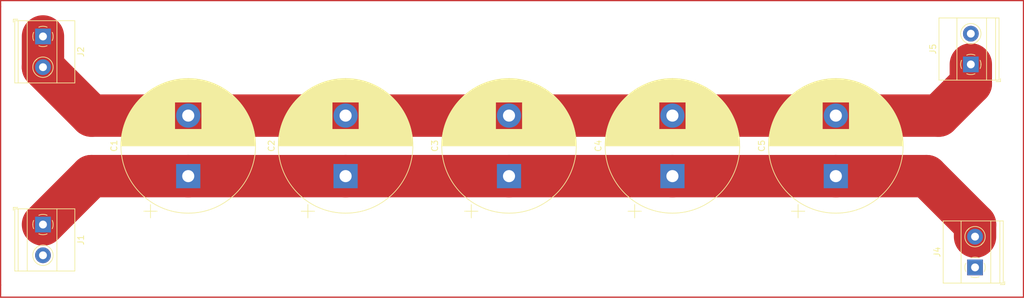
<source format=kicad_pcb>
(kicad_pcb (version 20240108) (generator "pcbnew") (generator_version "8.0")
  (layers (0 "F.Cu" signal) (31 "B.Cu" signal) (34 "B.Paste" user) (35 "F.Paste" user) (36 "B.SilkS" user "B.Silkscreen") (37 "F.SilkS" user "F.Silkscreen") (38 "B.Mask" user) (39 "F.Mask" user) (44 "Edge.Cuts" user))
  (net 0 "")
  (net 1 "Net-(J2-Pin_1)")
  (net 2 "Net-(J1-Pin_1)")
  (footprint "Capacitor_THT:CP_Radial_D22.0mm_P10.00mm_SnapIn" (layer "F.Cu") (at 134 62 90)
    (property "Reference" "C2" (at 5 -12.25 90) (layer "F.SilkS"))
    (property "Value" "C_Polarized")
    (pad "1" thru_hole rect (at 0 0 90) (size 4 4) (drill 2) (layers "*.Cu" "*.Mask") (net 2 "Net-(J1-Pin_1)"))
    (pad "2" thru_hole circle (at 10 0 90) (size 4 4) (drill 2) (layers "*.Cu" "*.Mask") (net 1 "Net-(J2-Pin_1)"))
  )
  (footprint "Capacitor_THT:CP_Radial_D22.0mm_P10.00mm_SnapIn" (layer "F.Cu") (at 108 62 90)
    (property "Reference" "C1" (at 5 -12.25 90) (layer "F.SilkS"))
    (property "Value" "C_Polarized")
    (pad "1" thru_hole rect (at 0 0 90) (size 4 4) (drill 2) (layers "*.Cu" "*.Mask") (net 2 "Net-(J1-Pin_1)"))
    (pad "2" thru_hole circle (at 10 0 90) (size 4 4) (drill 2) (layers "*.Cu" "*.Mask") (net 1 "Net-(J2-Pin_1)"))
  )
  (footprint "Capacitor_THT:CP_Radial_D22.0mm_P10.00mm_SnapIn" (layer "F.Cu") (at 188 62 90)
    (property "Reference" "C4" (at 5 -12.25 90) (layer "F.SilkS"))
    (property "Value" "C_Polarized")
    (pad "1" thru_hole rect (at 0 0 90) (size 4 4) (drill 2) (layers "*.Cu" "*.Mask") (net 2 "Net-(J1-Pin_1)"))
    (pad "2" thru_hole circle (at 10 0 90) (size 4 4) (drill 2) (layers "*.Cu" "*.Mask") (net 1 "Net-(J2-Pin_1)"))
  )
  (footprint "TerminalBlock_Phoenix:TerminalBlock_Phoenix_MKDS-1,5-2-5.08_1x02_P5.08mm_Horizontal" (layer "F.Cu") (at 84 38.92 -90)
    (property "Reference" "J2" (at 2.54 -6.26 90) (layer "F.SilkS"))
    (property "Value" "Screw_Terminal_01x02" (hide yes))
    (pad "1" thru_hole rect (at 0 0 270) (size 2.6 2.6) (drill 1.3) (layers "*.Cu" "*.Mask") (net 1 "Net-(J2-Pin_1)"))
    (pad "2" thru_hole circle (at 5.08 0 270) (size 2.6 2.6) (drill 1.3) (layers "*.Cu" "*.Mask") (net 1 "Net-(J2-Pin_1)"))
  )
  (footprint "TerminalBlock_Phoenix:TerminalBlock_Phoenix_MKDS-1,5-2-5.08_1x02_P5.08mm_Horizontal" (layer "F.Cu") (at 84 70 -90)
    (property "Reference" "J1" (at 2.54 -6.26 90) (layer "F.SilkS"))
    (property "Value" "Screw_Terminal_01x02" (hide yes))
    (pad "1" thru_hole rect (at 0 0 270) (size 2.6 2.6) (drill 1.3) (layers "*.Cu" "*.Mask") (net 2 "Net-(J1-Pin_1)"))
    (pad "2" thru_hole circle (at 5.08 0 270) (size 2.6 2.6) (drill 1.3) (layers "*.Cu" "*.Mask") (net 2 "Net-(J1-Pin_1)"))
  )
  (footprint "Capacitor_THT:CP_Radial_D22.0mm_P10.00mm_SnapIn" (layer "F.Cu") (at 161 62 90)
    (property "Reference" "C3" (at 5 -12.25 90) (layer "F.SilkS"))
    (property "Value" "C_Polarized")
    (pad "1" thru_hole rect (at 0 0 90) (size 4 4) (drill 2) (layers "*.Cu" "*.Mask") (net 2 "Net-(J1-Pin_1)"))
    (pad "2" thru_hole circle (at 10 0 90) (size 4 4) (drill 2) (layers "*.Cu" "*.Mask") (net 1 "Net-(J2-Pin_1)"))
  )
  (footprint "TerminalBlock_Phoenix:TerminalBlock_Phoenix_MKDS-1,5-2-5.08_1x02_P5.08mm_Horizontal" (layer "F.Cu") (at 237.305 43.545 90)
    (property "Reference" "J5" (at 2.54 -6.26 90) (layer "F.SilkS"))
    (property "Value" "Screw_Terminal_01x02" (hide yes))
    (pad "1" thru_hole rect (at 0 0 90) (size 2.6 2.6) (drill 1.3) (layers "*.Cu" "*.Mask") (net 1 "Net-(J2-Pin_1)"))
    (pad "2" thru_hole circle (at 5.08 0 90) (size 2.6 2.6) (drill 1.3) (layers "*.Cu" "*.Mask") (net 1 "Net-(J2-Pin_1)"))
  )
  (footprint "TerminalBlock_Phoenix:TerminalBlock_Phoenix_MKDS-1,5-2-5.08_1x02_P5.08mm_Horizontal" (layer "F.Cu") (at 238 77.08 90)
    (property "Reference" "J4" (at 2.54 -6.26 90) (layer "F.SilkS"))
    (property "Value" "Screw_Terminal_01x02" (hide yes))
    (pad "1" thru_hole rect (at 0 0 90) (size 2.6 2.6) (drill 1.3) (layers "*.Cu" "*.Mask") (net 2 "Net-(J1-Pin_1)"))
    (pad "2" thru_hole circle (at 5.08 0 90) (size 2.6 2.6) (drill 1.3) (layers "*.Cu" "*.Mask") (net 2 "Net-(J1-Pin_1)"))
  )
  (footprint "Capacitor_THT:CP_Radial_D22.0mm_P10.00mm_SnapIn" (layer "F.Cu") (at 215 62 90)
    (property "Reference" "C5" (at 5 -12.25 90) (layer "F.SilkS"))
    (property "Value" "C_Polarized")
    (pad "1" thru_hole rect (at 0 0 90) (size 4 4) (drill 2) (layers "*.Cu" "*.Mask") (net 2 "Net-(J1-Pin_1)"))
    (pad "2" thru_hole circle (at 10 0 90) (size 4 4) (drill 2) (layers "*.Cu" "*.Mask") (net 1 "Net-(J2-Pin_1)"))
  )
  (gr_line (start 77 34) (end 77 80) (stroke (width 0.2)) (layer "F.Cu"))
  (gr_line (start 246 33) (end 77 33) (stroke (width 0.2)) (layer "F.Cu"))
  (gr_line (start 246 82) (end 246 33) (stroke (width 0.2)) (layer "F.Cu"))
  (gr_line (start 77 33) (end 77 34) (stroke (width 0.2)) (layer "F.Cu"))
  (gr_line (start 77 80) (end 77 82) (stroke (width 0.2)) (layer "F.Cu"))
  (gr_line (start 77 82) (end 246 82) (stroke (width 0.2)) (layer "F.Cu"))
  (segment (start 188 52) (end 215 52) (width 7) (layer "F.Cu") (net 1))
  (segment (start 108 52) (end 134 52) (width 7) (layer "F.Cu") (net 1))
  (segment (start 134 52) (end 161 52) (width 7) (layer "F.Cu") (net 1))
  (segment (start 161 52) (end 188 52) (width 7) (layer "F.Cu") (net 1))
  (segment (start 237.305 46.695) (end 237.305 43.545) (width 7) (layer "F.Cu") (net 1))
  (segment (start 92 52) (end 84 44) (width 7) (layer "F.Cu") (net 1))
  (segment (start 84 44) (end 84 38.92) (width 7) (layer "F.Cu") (net 1))
  (segment (start 215 52) (end 232 52) (width 7) (layer "F.Cu") (net 1))
  (segment (start 108 52) (end 92 52) (width 7) (layer "F.Cu") (net 1))
  (segment (start 232 52) (end 237.305 46.695) (width 7) (layer "F.Cu") (net 1))
  (segment (start 108 62) (end 134 62) (width 7) (layer "F.Cu") (net 2))
  (segment (start 92 62) (end 84 70) (width 7) (layer "F.Cu") (net 2))
  (segment (start 238 70) (end 238 72) (width 7) (layer "F.Cu") (net 2))
  (segment (start 230 62) (end 238 70) (width 7) (layer "F.Cu") (net 2))
  (segment (start 161 62) (end 188 62) (width 7) (layer "F.Cu") (net 2))
  (segment (start 215 62) (end 230 62) (width 7) (layer "F.Cu") (net 2))
  (segment (start 108 62) (end 92 62) (width 7) (layer "F.Cu") (net 2))
  (segment (start 188 62) (end 215 62) (width 7) (layer "F.Cu") (net 2))
  (segment (start 134 62) (end 161 62) (width 7) (layer "F.Cu") (net 2))
)
</source>
